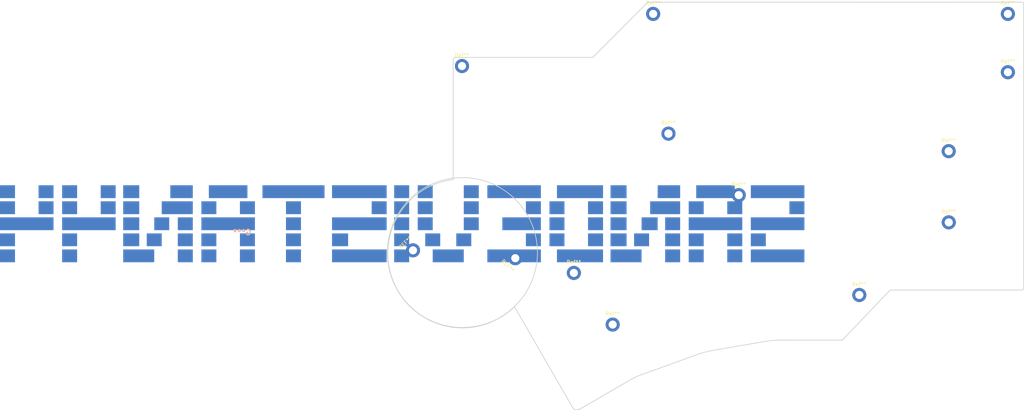
<source format=kicad_pcb>
(kicad_pcb (version 20241229) (generator "pcbnew") (generator_version "9.0")
  (title_block (title "Sandevistan44") (date "2025-05-27") (rev "0.0.1") (company "islathehut") (comment 1 "Right Side Plate"))
  (layers (0 "F.Cu" signal) (2 "B.Cu" signal) (13 "F.Paste" user) (15 "B.Paste" user) (5 "F.SilkS" user "F.Silkscreen") (7 "B.SilkS" user "B.Silkscreen") (1 "F.Mask" user) (3 "B.Mask" user) (25 "Edge.Cuts" user))
  (net 0 "")
  (footprint "Mounting Hole:MountingHole_2.2mm_M2_DIN965_Pad_TopBottom" (layer "F.Cu") (at 95.001489 121.87066)
    (property "Reference" "Ref**" (at 0 -2.9 0) (layer "F.SilkS"))
    (property "Value" "Val**")
    (pad "1" thru_hole circle (at 0 0) (size 2.6 2.6) (drill 2.2) (layers "*.Cu" "*.Mask"))
    (pad "1" connect circle (at 0 0) (size 3.8 3.8) (layers "F.Cu" "F.Mask"))
    (pad "1" connect circle (at 0 0) (size 3.8 3.8) (layers "B.Cu" "B.Mask"))
  )
  (footprint "Mounting Hole:MountingHole_2.2mm_M2_DIN965_Pad_TopBottom" (layer "F.Cu") (at 64.861489 66.05066)
    (property "Reference" "Ref**" (at 0 -2.9 0) (layer "F.SilkS"))
    (property "Value" "Val**")
    (pad "1" thru_hole circle (at 0 0) (size 2.6 2.6) (drill 2.2) (layers "*.Cu" "*.Mask"))
    (pad "1" connect circle (at 0 0) (size 3.8 3.8) (layers "F.Cu" "F.Mask"))
    (pad "1" connect circle (at 0 0) (size 3.8 3.8) (layers "B.Cu" "B.Mask"))
  )
  (footprint "Mounting Hole:MountingHole_2.2mm_M2_DIN965_Pad_TopBottom" (layer "F.Cu") (at 116.368262 51.982215)
    (property "Reference" "Ref**" (at 0 -2.9 0) (layer "F.SilkS"))
    (property "Value" "Val**")
    (pad "1" thru_hole circle (at 0 0) (size 2.6 2.6) (drill 2.2) (layers "*.Cu" "*.Mask"))
    (pad "1" connect circle (at 0 0) (size 3.8 3.8) (layers "F.Cu" "F.Mask"))
    (pad "1" connect circle (at 0 0) (size 3.8 3.8) (layers "B.Cu" "B.Mask"))
  )
  (footprint "Mounting Hole:MountingHole_2.2mm_M2_DIN965_Pad_TopBottom" (layer "F.Cu") (at 196.031489 108.228988)
    (property "Reference" "Ref**" (at 0 -2.9 0) (layer "F.SilkS"))
    (property "Value" "Val**")
    (pad "1" thru_hole circle (at 0 0) (size 2.6 2.6) (drill 2.2) (layers "*.Cu" "*.Mask"))
    (pad "1" connect circle (at 0 0) (size 3.8 3.8) (layers "F.Cu" "F.Mask"))
    (pad "1" connect circle (at 0 0) (size 3.8 3.8) (layers "B.Cu" "B.Mask"))
  )
  (footprint "Mounting Hole:MountingHole_2.2mm_M2_DIN965_Pad_TopBottom" (layer "F.Cu") (at 211.961362 51.982215)
    (property "Reference" "Ref**" (at 0 -2.9 0) (layer "F.SilkS"))
    (property "Value" "95.5931")
    (pad "1" thru_hole circle (at 0 0) (size 2.6 2.6) (drill 2.2) (layers "*.Cu" "*.Mask"))
    (pad "1" connect circle (at 0 0) (size 3.8 3.8) (layers "F.Cu" "F.Mask"))
    (pad "1" connect circle (at 0 0) (size 3.8 3.8) (layers "B.Cu" "B.Mask"))
  )
  (footprint "" (layer "F.Cu") (at 120.491489 84.288988)
    (property "Reference" "" (at 0 0 0) (layer "F.SilkS") (effects (font (size 1.27 1.27))))
    (property "Value" "")
    (pad "1" thru_hole circle (at 0 0) (size 2.6 2.6) (drill 2.2) (layers "*.Cu" "*.Mask"))
  )
  (footprint "Mounting Hole:MountingHole_2.2mm_M2_DIN965_Pad_TopBottom" (layer "F.Cu") (at 51.652187 115.778728 45)
    (property "Reference" "REF**" (at 0 -2.9 45) (layer "F.SilkS"))
    (property "Value" "MountingHole_2.2mm_M2_DIN965_Pad_TopBottom" (hide yes))
    (pad "1" thru_hole circle (at 0 0 45) (size 2.6 2.6) (drill 2.2) (layers "*.Cu" "*.Mask"))
    (pad "1" connect circle (at 0 0 45) (size 3.8 3.8) (layers "F.Cu" "F.Mask"))
    (pad "1" connect circle (at 0 0 45) (size 3.8 3.8) (layers "B.Cu" "B.Mask"))
  )
  (footprint "Mounting Hole:MountingHole_2.2mm_M2_DIN965_Pad_TopBottom" (layer "F.Cu") (at 171.921489 127.818988)
    (property "Reference" "Ref**" (at 0 -2.9 0) (layer "F.SilkS"))
    (property "Value" "Val**")
    (pad "1" thru_hole circle (at 0 0) (size 2.6 2.6) (drill 2.2) (layers "*.Cu" "*.Mask"))
    (pad "1" connect circle (at 0 0) (size 3.8 3.8) (layers "F.Cu" "F.Mask"))
    (pad "1" connect circle (at 0 0) (size 3.8 3.8) (layers "B.Cu" "B.Mask"))
  )
  (footprint "Mounting Hole:MountingHole_2.2mm_M2_DIN965_Pad_TopBottom" (layer "F.Cu") (at 139.431489 100.878988)
    (property "Reference" "Ref**" (at 0 -2.9 0) (layer "F.SilkS"))
    (property "Value" "Val**")
    (pad "1" thru_hole circle (at 0 0) (size 2.6 2.6) (drill 2.2) (layers "*.Cu" "*.Mask"))
    (pad "1" connect circle (at 0 0) (size 3.8 3.8) (layers "F.Cu" "F.Mask"))
    (pad "1" connect circle (at 0 0) (size 3.8 3.8) (layers "B.Cu" "B.Mask"))
  )
  (footprint "Mounting Hole:MountingHole_2.2mm_M2_DIN965_Pad_TopBottom" (layer "F.Cu") (at 211.961362 67.722215)
    (property "Reference" "Ref**" (at 0 -2.9 0) (layer "F.SilkS"))
    (property "Value" "Val**")
    (pad "1" thru_hole circle (at 0 0) (size 2.6 2.6) (drill 2.2) (layers "*.Cu" "*.Mask"))
    (pad "1" connect circle (at 0 0) (size 3.8 3.8) (layers "F.Cu" "F.Mask"))
    (pad "1" connect circle (at 0 0) (size 3.8 3.8) (layers "B.Cu" "B.Mask"))
  )
  (footprint "Mounting Hole:MountingHole_2.2mm_M2_DIN965_Pad_TopBottom" (layer "F.Cu") (at 105.461489 135.803988)
    (property "Reference" "Ref**" (at 0 -2.9 0) (layer "F.SilkS"))
    (property "Value" "Val**")
    (pad "1" thru_hole circle (at 0 0) (size 2.6 2.6) (drill 2.2) (layers "*.Cu" "*.Mask"))
    (pad "1" connect circle (at 0 0) (size 3.8 3.8) (layers "F.Cu" "F.Mask"))
    (pad "1" connect circle (at 0 0) (size 3.8 3.8) (layers "B.Cu" "B.Mask"))
  )
  (footprint "Mounting Hole:MountingHole_2.2mm_M2_DIN965_Pad_TopBottom" (layer "F.Cu") (at 79.215209 117.900049 135)
    (property "Reference" "REF**" (at 0 -2.9 135) (layer "F.SilkS"))
    (property "Value" "MountingHole_2.2mm_M2_DIN965_Pad_TopBottom" (hide yes))
    (pad "1" thru_hole circle (at 0 0 135) (size 2.6 2.6) (drill 2.2) (layers "*.Cu" "*.Mask"))
    (pad "1" connect circle (at 0 0 135) (size 3.8 3.8) (layers "F.Cu" "F.Mask"))
    (pad "1" connect circle (at 0 0 135) (size 3.8 3.8) (layers "B.Cu" "B.Mask"))
  )
  (footprint "Mounting Hole:MountingHole_2.2mm_M2_DIN965_Pad_TopBottom" (layer "F.Cu") (at 120.491489 84.288988)
    (property "Reference" "Ref**" (at 0 -2.9 0) (layer "F.SilkS"))
    (property "Value" "Val**")
    (pad "1" thru_hole circle (at 0 0) (size 2.6 2.6) (drill 2.2) (layers "*.Cu" "*.Mask"))
    (pad "1" connect circle (at 0 0) (size 3.8 3.8) (layers "F.Cu" "F.Mask"))
    (pad "1" connect circle (at 0 0) (size 3.8 3.8) (layers "B.Cu" "B.Mask"))
  )
  (footprint "Mounting Hole:MountingHole_2.2mm_M2_DIN965_Pad_TopBottom" (layer "F.Cu") (at 196.011489 89.018988)
    (property "Reference" "Ref**" (at 0 -2.9 0) (layer "F.SilkS"))
    (property "Value" "Val**")
    (pad "1" thru_hole circle (at 0 0) (size 2.6 2.6) (drill 2.2) (layers "*.Cu" "*.Mask"))
    (pad "1" connect circle (at 0 0) (size 3.8 3.8) (layers "F.Cu" "F.Mask"))
    (pad "1" connect circle (at 0 0) (size 3.8 3.8) (layers "B.Cu" "B.Mask"))
  )
  (footprint "Library:logo_ascii_large" (layer "B.Cu") (at 5.590353 110.919762 180)
    (property "Reference" "G***" (at 0 0 0) (layer "B.SilkS") (effects (font (size 1.5 1.5) (thickness 0.3)) (justify mirror)))
    (property "Value" "LOGO" (hide yes))
    (fp_poly (pts (xy 65.231818 10.968182) (xy 65.231818 9.236364) (xy 63.211363 9.236364) (xy 61.190909 9.236364) (xy 61.190909 10.968182) (xy 61.190909 12.7) (xy 63.211363 12.7) (xy 65.231818 12.7)) (fill yes) (layer "B.Cu"))
    (fp_poly (pts (xy 65.231818 6.638637) (xy 65.231818 4.906818) (xy 63.211363 4.906818) (xy 61.190909 4.906818) (xy 61.190909 6.638637) (xy 61.190909 8.370455) (xy 63.211363 8.370455) (xy 65.231818 8.370455)) (fill yes) (layer "B.Cu"))
    (fp_poly (pts (xy 65.231818 2.309091) (xy 65.231818 0.577273) (xy 58.015909 0.577273) (xy 50.799999 0.577273) (xy 50.799999 2.309091) (xy 50.799999 4.040909) (xy 58.015909 4.040909) (xy 65.231818 4.040909)) (fill yes) (layer "B.Cu"))
    (fp_poly (pts (xy 65.231818 -2.020454) (xy 65.231818 -3.752272) (xy 63.211363 -3.752272) (xy 61.190909 -3.752272) (xy 61.190909 -2.020454) (xy 61.190909 -0.288636) (xy 63.211363 -0.288636) (xy 65.231818 -0.288636)) (fill yes) (layer "B.Cu"))
    (fp_poly (pts (xy 65.231818 -6.35) (xy 65.231818 -8.081818) (xy 63.211363 -8.081818) (xy 61.190909 -8.081818) (xy 61.190909 -6.35) (xy 61.190909 -4.618182) (xy 63.211363 -4.618182) (xy 65.231818 -4.618182)) (fill yes) (layer "B.Cu"))
    (fp_poly (pts (xy 54.840909 10.968182) (xy 54.840909 9.236364) (xy 52.820454 9.236364) (xy 50.799999 9.236364) (xy 50.799999 10.968182) (xy 50.799999 12.7) (xy 52.820454 12.7) (xy 54.840909 12.7)) (fill yes) (layer "B.Cu"))
    (fp_poly (pts (xy 54.840909 6.638637) (xy 54.840909 4.906818) (xy 52.820454 4.906818) (xy 50.799999 4.906818) (xy 50.799999 6.638637) (xy 50.799999 8.370455) (xy 52.820454 8.370455) (xy 54.840909 8.370455)) (fill yes) (layer "B.Cu"))
    (fp_poly (pts (xy 48.490909 10.968182) (xy 48.490909 9.236364) (xy 46.470454 9.236364) (xy 44.449999 9.236364) (xy 44.449999 10.968182) (xy 44.449999 12.7) (xy 46.470454 12.7) (xy 48.490909 12.7)) (fill yes) (layer "B.Cu"))
    (fp_poly (pts (xy 48.490909 6.638637) (xy 48.490909 4.906818) (xy 46.470454 4.906818) (xy 44.449999 4.906818) (xy 44.449999 6.638637) (xy 44.449999 8.370455) (xy 46.470454 8.370455) (xy 48.490909 8.370455)) (fill yes) (layer "B.Cu"))
    (fp_poly (pts (xy 48.490909 2.309091) (xy 48.490909 0.577273) (xy 41.274999 0.577273) (xy 34.05909 0.577273) (xy 34.05909 2.309091) (xy 34.05909 4.040909) (xy 41.274999 4.040909) (xy 48.490909 4.040909)) (fill yes) (layer "B.Cu"))
    (fp_poly (pts (xy 48.490909 -2.020454) (xy 48.490909 -3.752272) (xy 46.470454 -3.752272) (xy 44.449999 -3.752272) (xy 44.449999 -2.020454) (xy 44.449999 -0.288636) (xy 46.470454 -0.288636) (xy 48.490909 -0.288636)) (fill yes) (layer "B.Cu"))
    (fp_poly (pts (xy 48.490909 -6.35) (xy 48.490909 -8.081818) (xy 46.470454 -8.081818) (xy 44.449999 -8.081818) (xy 44.449999 -6.35) (xy 44.449999 -4.618182) (xy 46.470454 -4.618182) (xy 48.490909 -4.618182)) (fill yes) (layer "B.Cu"))
    (fp_poly (pts (xy 38.099999 10.968182) (xy 38.099999 9.236364) (xy 36.079545 9.236364) (xy 34.05909 9.236364) (xy 34.05909 10.968182) (xy 34.05909 12.7) (xy 36.079545 12.7) (xy 38.099999 12.7)) (fill yes) (layer "B.Cu"))
    (fp_poly (pts (xy 38.099999 6.638637) (xy 38.099999 4.906818) (xy 36.079545 4.906818) (xy 34.05909 4.906818) (xy 34.05909 6.638637) (xy 34.05909 8.370455) (xy 36.079545 8.370455) (xy 38.099999 8.370455)) (fill yes) (layer "B.Cu"))
    (fp_poly (pts (xy 32.038636 10.968182) (xy 32.038636 9.236364) (xy 29.873863 9.236364) (xy 27.70909 9.236364) (xy 27.70909 10.968182) (xy 27.70909 12.7) (xy 29.873863 12.7) (xy 32.038636 12.7)) (fill yes) (layer "B.Cu"))
    (fp_poly (pts (xy 32.038636 6.638637) (xy 32.038636 4.906818) (xy 29.873863 4.906818) (xy 27.70909 4.906818) (xy 27.70909 6.638637) (xy 27.70909 8.370455) (xy 29.873863 8.370455) (xy 32.038636 8.370455)) (fill yes) (layer "B.Cu"))
    (fp_poly (pts (xy 32.038636 2.309091) (xy 32.038636 0.577273) (xy 29.873863 0.577273) (xy 27.70909 0.577273) (xy 27.70909 2.309091) (xy 27.70909 4.040909) (xy 29.873863 4.040909) (xy 32.038636 4.040909)) (fill yes) (layer "B.Cu"))
    (fp_poly (pts (xy 32.038636 -2.020454) (xy 32.038636 -3.752272) (xy 29.873863 -3.752272) (xy 27.70909 -3.752272) (xy 27.70909 -2.020454) (xy 27.70909 -0.288636) (xy 29.873863 -0.288636) (xy 32.038636 -0.288636)) (fill yes) (layer "B.Cu"))
    (fp_poly (pts (xy 32.038636 -6.35) (xy 32.038636 -8.081818) (xy 27.853409 -8.081818) (xy 23.668181 -8.081818) (xy 23.668181 -6.35) (xy 23.668181 -4.618182) (xy 27.853409 -4.618182) (xy 32.038636 -4.618182)) (fill yes) (layer "B.Cu"))
    (fp_poly (pts (xy 25.688636 -2.020454) (xy 25.688636 -3.752272) (xy 23.668181 -3.752272) (xy 21.647727 -3.752272) (xy 21.647727 -2.020454) (xy 21.647727 -0.288636) (xy 23.668181 -0.288636) (xy 25.688636 -0.288636)) (fill yes) (layer "B.Cu"))
    (fp_poly (pts (xy 23.668181 2.309091) (xy 23.668181 0.577273) (xy 21.647727 0.577273) (xy 19.627272 0.577273) (xy 19.627272 2.309091) (xy 19.627272 4.040909) (xy 21.647727 4.040909) (xy 23.668181 4.040909)) (fill yes) (layer "B.Cu"))
    (fp_poly (pts (xy 21.647727 6.638637) (xy 21.647727 4.906818) (xy 17.462499 4.906818) (xy 13.277272 4.906818) (xy 13.277272 6.638637) (xy 13.277272 8.370455) (xy 17.462499 8.370455) (xy 21.647727 8.370455)) (fill yes) (layer "B.Cu"))
    (fp_poly (pts (xy 19.338636 10.968182) (xy 19.338636 9.236364) (xy 16.307954 9.236364) (xy 13.277272 9.236364) (xy 13.277272 10.968182) (xy 13.277272 12.7) (xy 16.307954 12.7) (xy 19.338636 12.7)) (fill yes) (layer "B.Cu"))
    (fp_poly (pts (xy 17.318181 2.309091) (xy 17.318181 0.577273) (xy 15.297727 0.577273) (xy 13.277272 0.577273) (xy 13.277272 2.309091) (xy 13.277272 4.040909) (xy 15.297727 4.040909) (xy 17.318181 4.040909)) (fill yes) (layer "B.Cu"))
    (fp_poly (pts (xy 17.318181 -2.020454) (xy 17.318181 -3.752272) (xy 15.297727 -3.752272) (xy 13.277272 -3.752272) (xy 13.277272 -2.020454) (xy 13.277272 -0.288636) (xy 15.297727 -0.288636) (xy 17.318181 -0.288636)) (fill yes) (layer "B.Cu"))
    (fp_poly (pts (xy 17.318181 -6.35) (xy 17.318181 -8.081818) (xy 15.297727 -8.081818) (xy 13.277272 -8.081818) (xy 13.277272 -6.35) (xy 13.277272 -4.618182) (xy 15.297727 -4.618182) (xy 17.318181 -4.618182)) (fill yes) (layer "B.Cu"))
    (fp_poly (pts (xy 10.968181 6.638637) (xy 10.968181 4.906818) (xy 8.947727 4.906818) (xy 6.927272 4.906818) (xy 6.927272 6.638637) (xy 6.927272 8.370455) (xy 8.947727 8.370455) (xy 10.968181 8.370455)) (fill yes) (layer "B.Cu"))
    (fp_poly (pts (xy 10.968181 2.309091) (xy 10.968181 0.577273) (xy 3.752272 0.577273) (xy -3.463637 0.577273) (xy -3.463637 2.309091) (xy -3.463637 4.040909) (xy 3.752272 4.040909) (xy 10.968181 4.040909)) (fill yes) (layer "B.Cu"))
    (fp_poly (pts (xy 10.968181 -2.020454) (xy 10.968181 -3.752272) (xy 8.947727 -3.752272) (xy 6.927272 -3.752272) (xy 6.927272 -2.020454) (xy 6.927272 -0.288636) (xy 8.947727 -0.288636) (xy 10.968181 -0.288636)) (fill yes) (layer "B.Cu"))
    (fp_poly (pts (xy 10.968181 -6.35) (xy 10.968181 -8.081818) (xy 8.947727 -8.081818) (xy 6.927272 -8.081818) (xy 6.927272 -6.35) (xy 6.927272 -4.618182) (xy 8.947727 -4.618182) (xy 10.968181 -4.618182)) (fill yes) (layer "B.Cu"))
    (fp_poly (pts (xy 8.947727 10.968182) (xy 8.947727 9.236364) (xy 3.752272 9.236364) (xy -1.443182 9.236364) (xy -1.443182 10.968182) (xy -1.443182 12.7) (xy 3.752272 12.7) (xy 8.947727 12.7)) (fill yes) (layer "B.Cu"))
    (fp_poly (pts (xy 0.577272 6.638637) (xy 0.577272 4.906818) (xy -1.443182 4.906818) (xy -3.463637 4.906818) (xy -3.463637 6.638637) (xy -3.463637 8.370455) (xy -1.443182 8.370455) (xy 0.577272 8.370455)) (fill yes) (layer "B.Cu"))
    (fp_poly (pts (xy 0.577272 -2.020454) (xy 0.577272 -3.752272) (xy -1.443182 -3.752272) (xy -3.463637 -3.752272) (xy -3.463637 -2.020454) (xy -3.463637 -0.288636) (xy -1.443182 -0.288636) (xy 0.577272 -0.288636)) (fill yes) (layer "B.Cu"))
    (fp_poly (pts (xy 0.577272 -6.35) (xy 0.577272 -8.081818) (xy -1.443182 -8.081818) (xy -3.463637 -8.081818) (xy -3.463637 -6.35) (xy -3.463637 -4.618182) (xy -1.443182 -4.618182) (xy 0.577272 -4.618182)) (fill yes) (layer "B.Cu"))
    (fp_poly (pts (xy -5.484091 10.968182) (xy -5.484091 9.236364) (xy -13.854546 9.236364) (xy -22.225001 9.236364) (xy -22.225001 10.968182) (xy -22.225001 12.7) (xy -13.854546 12.7) (xy -5.484091 12.7)) (fill yes) (layer "B.Cu"))
    (fp_poly (pts (xy -11.834091 6.638637) (xy -11.834091 4.906818) (xy -13.854546 4.906818) (xy -15.875001 4.906818) (xy -15.875001 6.638637) (xy -15.875001 8.370455) (xy -13.854546 8.370455) (xy -11.834091 8.370455)) (fill yes) (layer "B.Cu"))
    (fp_poly (pts (xy -11.834091 2.309091) (xy -11.834091 0.577273) (xy -13.854546 0.577273) (xy -15.875001 0.577273) (xy -15.875001 2.309091) (xy -15.875001 4.040909) (xy -13.854546 4.040909) (xy -11.834091 4.040909)) (fill yes) (layer "B.Cu"))
    (fp_poly (pts (xy -11.834091 -2.020454) (xy -11.834091 -3.752272) (xy -13.854546 -3.752272) (xy -15.875001 -3.752272) (xy -15.875001 -2.020454) (xy -15.875001 -0.288636) (xy -13.854546 -0.288636) (xy -11.834091 -0.288636)) (fill yes) (layer "B.Cu"))
    (fp_poly (pts (xy -11.834091 -6.35) (xy -11.834091 -8.081818) (xy -13.854546 -8.081818) (xy -15.875001 -8.081818) (xy -15.875001 -6.35) (xy -15.875001 -4.618182) (xy -13.854546 -4.618182) (xy -11.834091 -4.618182)) (fill yes) (layer "B.Cu"))
    (fp_poly (pts (xy -24.245455 10.968182) (xy -24.245455 9.236364) (xy -31.605682 9.236364) (xy -38.96591 9.236364) (xy -38.96591 10.968182) (xy -38.96591 12.7) (xy -31.605682 12.7) (xy -24.245455 12.7)) (fill yes) (layer "B.Cu"))
    (fp_poly (pts (xy -24.245455 2.309091) (xy -24.245455 0.577273) (xy -31.605682 0.577273) (xy -38.96591 0.577273) (xy -38.96591 2.309091) (xy -38.96591 4.040909) (xy -31.605682 4.040909) (xy -24.245455 4.040909)) (fill yes) (layer "B.Cu"))
    (fp_poly (pts (xy -24.245455 -2.020454) (xy -24.245455 -3.752272) (xy -26.410228 -3.752272) (xy -28.575001 -3.752272) (xy -28.575001 -2.020454) (xy -28.575001 -0.288636) (xy -26.410228 -0.288636) (xy -24.245455 -0.288636)) (fill yes) (layer "B.Cu"))
    (fp_poly (pts (xy -24.245455 -6.35) (xy -24.245455 -8.081818) (xy -31.605682 -8.081818) (xy -38.96591 -8.081818) (xy -38.96591 -6.35) (xy -38.96591 -4.618182) (xy -31.605682 -4.618182) (xy -24.245455 -4.618182)) (fill yes) (layer "B.Cu"))
    (fp_poly (pts (xy -34.925001 6.638637) (xy -34.925001 4.906818) (xy -36.945455 4.906818) (xy -38.96591 4.906818) (xy -38.96591 6.638637) (xy -38.96591 8.370455) (xy -36.945455 8.370455) (xy -34.925001 8.370455)) (fill yes) (layer "B.Cu"))
    (fp_poly (pts (xy -40.986364 10.968182) (xy -40.986364 9.236364) (xy -43.006819 9.236364) (xy -45.027273 9.236364) (xy -45.027273 10.968182) (xy -45.027273 12.7) (xy -43.006819 12.7) (xy -40.986364 12.7)) (fill yes) (layer "B.Cu"))
    (fp_poly (pts (xy -40.986364 6.638637) (xy -40.986364 4.906818) (xy -43.006819 4.906818) (xy -45.027273 4.906818) (xy -45.027273 6.638637) (xy -45.027273 8.370455) (xy -43.006819 8.370455) (xy -40.986364 8.370455)) (fill yes) (layer "B.Cu"))
    (fp_poly (pts (xy -40.986364 2.309091) (xy -40.986364 0.577273) (xy -43.006819 0.577273) (xy -45.027273 0.577273) (xy -45.027273 2.309091) (xy -45.027273 4.040909) (xy -43.006819 4.040909) (xy -40.986364 4.040909)) (fill yes) (layer "B.Cu"))
    (fp_poly (pts (xy -40.986364 -2.020454) (xy -40.986364 -3.752272) (xy -43.006819 -3.752272) (xy -45.027273 -3.752272) (xy -45.027273 -2.020454) (xy -45.027273 -0.288636) (xy -43.006819 -0.288636) (xy -40.986364 -0.288636)) (fill yes) (layer "B.Cu"))
    (fp_poly (pts (xy -40.986364 -6.35) (xy -40.986364 -8.081818) (xy -43.006819 -8.081818) (xy -45.027273 -8.081818) (xy -45.027273 -6.35) (xy -45.027273 -4.618182) (xy -43.006819 -4.618182) (xy -40.986364 -4.618182)) (fill yes) (layer "B.Cu"))
    (fp_poly (pts (xy -47.336364 10.968182) (xy -47.336364 9.236364) (xy -49.356819 9.236364) (xy -51.377273 9.236364) (xy -51.377273 10.968182) (xy -51.377273 12.7) (xy -49.356819 12.7) (xy -47.336364 12.7)) (fill yes) (layer "B.Cu"))
    (fp_poly (pts (xy -47.336364 6.638637) (xy -47.336364 4.906818) (xy -49.356819 4.906818) (xy -51.377273 4.906818) (xy -51.377273 6.638637) (xy -51.377273 8.370455) (xy -49.356819 8.370455) (xy -47.336364 8.370455)) (fill yes) (layer "B.Cu"))
    (fp_poly (pts (xy -47.336364 2.309091) (xy -47.336364 0.577273) (xy -49.356819 0.577273) (xy -51.377273 0.577273) (xy -51.377273 2.309091) (xy -51.377273 4.040909) (xy -49.356819 4.040909) (xy -47.336364 4.040909)) (fill yes) (layer "B.Cu"))
    (fp_poly (pts (xy -49.356819 -2.020454) (xy -49.356819 -3.752272) (xy -51.377273 -3.752272) (xy -53.397728 -3.752272) (xy -53.397728 -2.020454) (xy -53.397728 -0.288636) (xy -51.377273 -0.288636) (xy -49.356819 -0.288636)) (fill yes) (layer "B.Cu"))
    (fp_poly (pts (xy -51.377273 -6.35) (xy -51.377273 -8.081818) (xy -55.562501 -8.081818) (xy -59.747728 -8.081818) (xy -59.747728 -6.35) (xy -59.747728 -4.618182) (xy -55.562501 -4.618182) (xy -51.377273 -4.618182)) (fill yes) (layer "B.Cu"))
    (fp_poly (pts (xy -57.727273 -2.020454) (xy -57.727273 -3.752272) (xy -59.747728 -3.752272) (xy -61.768182 -3.752272) (xy -61.768182 -2.020454) (xy -61.768182 -0.288636) (xy -59.747728 -0.288636) (xy -57.727273 -0.288636)) (fill yes) (layer "B.Cu"))
    (fp_poly (pts (xy -59.747728 10.968182) (xy -59.747728 9.236364) (xy -61.768182 9.236364) (xy -63.788637 9.236364) (xy -63.788637 10.968182) (xy -63.788637 12.7) (xy -61.768182 12.7) (xy -59.747728 12.7)) (fill yes) (layer "B.Cu"))
    (fp_poly (pts (xy -59.747728 6.638637) (xy -59.747728 4.906818) (xy -61.768182 4.906818) (xy -63.788637 4.906818) (xy -63.788637 6.638637) (xy -63.788637 8.370455) (xy -61.768182 8.370455) (xy -59.747728 8.370455)) (fill yes) (layer "B.Cu"))
    (fp_poly (pts (xy -59.747728 2.309091) (xy -59.747728 0.577273) (xy -61.768182 0.577273) (xy -63.788637 0.577273) (xy -63.788637 2.309091) (xy -63.788637 4.040909) (xy -61.768182 4.040909) (xy -59.747728 4.040909)) (fill yes) (layer "B.Cu"))
    (fp_poly (pts (xy -66.097728 10.968182) (xy -66.097728 9.236364) (xy -73.313637 9.236364) (xy -80.529546 9.236364) (xy -80.529546 10.968182) (xy -80.529546 12.7) (xy -73.313637 12.7) (xy -66.097728 12.7)) (fill yes) (layer "B.Cu"))
    (fp_poly (pts (xy -66.097728 -6.35) (xy -66.097728 -8.081818) (xy -73.313637 -8.081818) (xy -80.529546 -8.081818) (xy -80.529546 -6.35) (xy -80.529546 -4.618182) (xy -73.313637 -4.618182) (xy -66.097728 -4.618182)) (fill yes) (layer "B.Cu"))
    (fp_poly (pts (xy -70.138637 2.309091) (xy -70.138637 0.577273) (xy -75.334091 0.577273) (xy -80.529546 0.577273) (xy -80.529546 2.309091) (xy -80.529546 4.040909) (xy -75.334091 4.040909) (xy -70.138637 4.040909)) (fill yes) (layer "B.Cu"))
    (fp_poly (pts (xy -76.488637 6.638637) (xy -76.488637 4.906818) (xy -78.509091 4.906818) (xy -80.529546 4.906818) (xy -80.529546 6.638637) (xy -80.529546 8.370455) (xy -78.509091 8.370455) (xy -76.488637 8.370455)) (fill yes) (layer "B.Cu"))
    (fp_poly (pts (xy -76.488637 -2.020454) (xy -76.488637 -3.752272) (xy -78.509091 -3.752272) (xy -80.529546 -3.752272) (xy -80.529546 -2.020454) (xy -80.529546 -0.288636) (xy -78.509091 -0.288636) (xy -76.488637 -0.288636)) (fill yes) (layer "B.Cu"))
    (fp_poly (pts (xy -82.838637 6.638637) (xy -82.838637 4.906818) (xy -84.859091 4.906818) (xy -86.879546 4.906818) (xy -86.879546 6.638637) (xy -86.879546 8.370455) (xy -84.859091 8.370455) (xy -82.838637 8.370455)) (fill yes) (layer "B.Cu"))
    (fp_poly (pts (xy -82.838637 2.309091) (xy -82.838637 0.577273) (xy -84.859091 0.577273) (xy -86.879546 0.577273) (xy -86.879546 2.309091) (xy -86.879546 4.040909) (xy -84.859091 4.040909) (xy -82.838637 4.040909)) (fill yes) (layer "B.Cu"))
    (fp_poly (pts (xy -82.838637 -2.020454) (xy -82.838637 -3.752272) (xy -84.859091 -3.752272) (xy -86.879546 -3.752272) (xy -86.879546 -2.020454) (xy -86.879546 -0.288636) (xy -84.859091 -0.288636) (xy -82.838637 -0.288636)) (fill yes) (layer "B.Cu"))
    (fp_poly (pts (xy -84.859091 10.968182) (xy -84.859091 9.236364) (xy -91.064773 9.236364) (xy -97.270455 9.236364) (xy -97.270455 10.968182) (xy -97.270455 12.7) (xy -91.064773 12.7) (xy -84.859091 12.7)) (fill yes) (layer "B.Cu"))
    (fp_poly (pts (xy -84.859091 -6.35) (xy -84.859091 -8.081818) (xy -91.064773 -8.081818) (xy -97.270455 -8.081818) (xy -97.270455 -6.35) (xy -97.270455 -4.618182) (xy -91.064773 -4.618182) (xy -84.859091 -4.618182)) (fill yes) (layer "B.Cu"))
    (fp_poly (pts (xy -93.229546 6.638637) (xy -93.229546 4.906818) (xy -95.250001 4.906818) (xy -97.270455 4.906818) (xy -97.270455 6.638637) (xy -97.270455 8.370455) (xy -95.250001 8.370455) (xy -93.229546 8.370455)) (fill yes) (layer "B.Cu"))
    (fp_poly (pts (xy -93.229546 2.309091) (xy -93.229546 0.577273) (xy -95.250001 0.577273) (xy -97.270455 0.577273) (xy -97.270455 2.309091) (xy -97.270455 4.040909) (xy -95.250001 4.040909) (xy -93.229546 4.040909)) (fill yes) (layer "B.Cu"))
    (fp_poly (pts (xy -93.229546 -2.020454) (xy -93.229546 -3.752272) (xy -95.250001 -3.752272) (xy -97.270455 -3.752272) (xy -97.270455 -2.020454) (xy -97.270455 -0.288636) (xy -95.250001 -0.288636) (xy -93.229546 -0.288636)) (fill yes) (layer "B.Cu"))
    (fp_poly (pts (xy -99.29091 10.968182) (xy -99.29091 9.236364) (xy -101.455682 9.236364) (xy -103.620455 9.236364) (xy -103.620455 10.968182) (xy -103.620455 12.7) (xy -101.455682 12.7) (xy -99.29091 12.7)) (fill yes) (layer "B.Cu"))
    (fp_poly (pts (xy -99.29091 6.638637) (xy -99.29091 4.906818) (xy -101.455682 4.906818) (xy -103.620455 4.906818) (xy -103.620455 6.638637) (xy -103.620455 8.370455) (xy -101.455682 8.370455) (xy -99.29091 8.370455)) (fill yes) (layer "B.Cu"))
    (fp_poly (pts (xy -99.29091 2.309091) (xy -99.29091 0.577273) (xy -101.455682 0.577273) (xy -103.620455 0.577273) (xy -103.620455 2.309091) (xy -103.620455 4.040909) (xy -101.455682 4.040909) (xy -99.29091 4.040909)) (fill yes) (layer "B.Cu"))
    (fp_poly (pts (xy -99.29091 -2.020454) (xy -99.29091 -3.752272) (xy -101.455682 -3.752272) (xy -103.620455 -3.752272) (xy -103.620455 -2.020454) (xy -103.620455 -0.288636) (xy -101.455682 -0.288636) (xy -99.29091 -0.288636)) (fill yes) (layer "B.Cu"))
    (fp_poly (pts (xy -99.29091 -6.35) (xy -99.29091 -8.081818) (xy -103.476137 -8.081818) (xy -107.661364 -8.081818) (xy -107.661364 -6.35) (xy -107.661364 -4.618182) (xy -103.476137 -4.618182) (xy -99.29091 -4.618182)) (fill yes) (layer "B.Cu"))
    (fp_poly (pts (xy -105.64091 -2.020454) (xy -105.64091 -3.752272) (xy -107.661364 -3.752272) (xy -109.681819 -3.752272) (xy -109.681819 -2.020454) (xy -109.681819 -0.288636) (xy -107.661364 -0.288636) (xy -105.64091 -0.288636)) (fill yes) (layer "B.Cu"))
    (fp_poly (pts (xy -107.661364 2.309091) (xy -107.661364 0.577273) (xy -109.826137 0.577273) (xy -111.99091 0.577273) (xy -111.99091 2.309091) (xy -111.99091 4.040909) (xy -109.826137 4.040909) (xy -107.661364 4.040909)) (fill yes) (layer "B.Cu"))
    (fp_poly (pts (xy -109.970455 6.638637) (xy -109.970455 4.906818) (xy -114.011364 4.906818) (xy -118.052273 4.906818) (xy -118.052273 6.638637) (xy -118.052273 8.370455) (xy -114.011364 8.370455) (xy -109.970455 8.370455)) (fill yes) (layer "B.Cu"))
    (fp_poly (pts (xy -111.99091 10.968182) (xy -111.99091 9.236364) (xy -115.021591 9.236364) (xy -118.052273 9.236364) (xy -118.052273 10.968182) (xy -118.052273 12.7) (xy -115.021591 12.7) (xy -111.99091 12.7)) (fill yes) (layer "B.Cu"))
    (fp_poly (pts (xy -114.011364 2.309091) (xy -114.011364 0.577273) (xy -116.031819 0.577273) (xy -118.052273 0.577273) (xy -118.052273 2.309091) (xy -118.052273 4.040909) (xy -116.031819 4.040909) (xy -114.011364 4.040909)) (fill yes) (layer "B.Cu"))
    (fp_poly (pts (xy -114.011364 -2.020454) (xy -114.011364 -3.752272) (xy -116.031819 -3.752272) (xy -118.052273 -3.752272) (xy -118.052273 -2.020454) (xy -118.052273 -0.288636) (xy -116.031819 -0.288636) (xy -114.011364 -0.288636)) (fill yes) (layer "B.Cu"))
    (fp_poly (pts (xy -114.011364 -6.35) (xy -114.011364 -8.081818) (xy -116.031819 -8.081818) (xy -118.052273 -8.081818) (xy -118.052273 -6.35) (xy -118.052273 -4.618182) (xy -116.031819 -4.618182) (xy -114.011364 -4.618182)) (fill yes) (layer "B.Cu"))
    (fp_poly (pts (xy -120.361364 6.638637) (xy -120.361364 4.906818) (xy -122.381819 4.906818) (xy -124.402273 4.906818) (xy -124.402273 6.638637) (xy -124.402273 8.370455) (xy -122.381819 8.370455) (xy -120.361364 8.370455)) (fill yes) (layer "B.Cu"))
    (fp_poly (pts (xy -120.361364 2.309091) (xy -120.361364 0.577273) (xy -127.577273 0.577273) (xy -134.793182 0.577273) (xy -134.793182 2.309091) (xy -134.793182 4.040909) (xy -127.577273 4.040909) (xy -120.361364 4.040909)) (fill yes) (layer "B.Cu"))
    (fp_poly (pts (xy -120.361364 -2.020454) (xy -120.361364 -3.752272) (xy -122.381819 -3.752272) (xy -124.402273 -3.752272) (xy -124.402273 -2.020454) (xy -124.402273 -0.288636) (xy -122.381819 -0.288636) (xy -120.361364 -0.288636)) (fill yes) (layer "B.Cu"))
    (fp_poly (pts (xy -120.361364 -6.35) (xy -120.361364 -8.081818) (xy -122.381819 -8.081818) (xy -124.402273 -8.081818) (xy -124.402273 -6.35) (xy -124.402273 -4.618182) (xy -122.381819 -4.618182) (xy -120.361364 -4.618182)) (fill yes) (layer "B.Cu"))
    (fp_poly (pts (xy -122.381819 10.968182) (xy -122.381819 9.236364) (xy -127.577273 9.236364) (xy -132.772728 9.236364) (xy -132.772728 10.968182) (xy -132.772728 12.7) (xy -127.577273 12.7) (xy -122.381819 12.7)) (fill yes) (layer "B.Cu"))
    (fp_poly (pts (xy -130.752273 6.638637) (xy -130.752273 4.906818) (xy -132.772728 4.906818) (xy -134.793182 4.906818) (xy -134.793182 6.638637) (xy -134.793182 8.370455) (xy -132.772728 8.370455) (xy -130.752273 8.370455)) (fill yes) (layer "B.Cu"))
    (fp_poly (pts (xy -130.752273 -2.020454) (xy -130.752273 -3.752272) (xy -132.772728 -3.752272) (xy -134.793182 -3.752272) (xy -134.793182 -2.020454) (xy -134.793182 -0.288636) (xy -132.772728 -0.288636) (xy -130.752273 -0.288636)) (fill yes) (layer "B.Cu"))
    (fp_poly (pts (xy -130.752273 -6.35) (xy -130.752273 -8.081818) (xy -132.772728 -8.081818) (xy -134.793182 -8.081818) (xy -134.793182 -6.35) (xy -134.793182 -4.618182) (xy -132.772728 -4.618182) (xy -130.752273 -4.618182)) (fill yes) (layer "B.Cu"))
    (fp_poly (pts (xy -137.102273 10.968182) (xy -137.102273 9.236364) (xy -144.318182 9.236364) (xy -151.534091 9.236364) (xy -151.534091 10.968182) (xy -151.534091 12.7) (xy -144.318182 12.7) (xy -137.102273 12.7)) (fill yes) (layer "B.Cu"))
    (fp_poly (pts (xy -137.102273 2.309091) (xy -137.102273 0.577273) (xy -144.318182 0.577273) (xy -151.534091 0.577273) (xy -151.534091 2.309091) (xy -151.534091 4.040909) (xy -144.318182 4.040909) (xy -137.102273 4.040909)) (fill yes) (layer "B.Cu"))
    (fp_poly (pts (xy -137.102273 -2.020454) (xy -137.102273 -3.752272) (xy -139.122728 -3.752272) (xy -141.143182 -3.752272) (xy -141.143182 -2.020454) (xy -141.143182 -0.288636) (xy -139.122728 -0.288636) (xy -137.102273 -0.288636)) (fill yes) (layer "B.Cu"))
    (fp_poly (pts (xy -137.102273 -6.35) (xy -137.102273 -8.081818) (xy -144.318182 -8.081818) (xy -151.534091 -8.081818) (xy -151.534091 -6.35) (xy -151.534091 -4.618182) (xy -144.318182 -4.618182) (xy -137.102273 -4.618182)) (fill yes) (layer "B.Cu"))
    (fp_poly (pts (xy -147.493182 6.638637) (xy -147.493182 4.906818) (xy -149.513637 4.906818) (xy -151.534091 4.906818) (xy -151.534091 6.638637) (xy -151.534091 8.370455) (xy -149.513637 8.370455) (xy -147.493182 8.370455)) (fill yes) (layer "B.Cu"))
  )
  (gr_line (start 49.852535 129.86016) (end 50.444881 130.506592) (stroke (width 0.2)) (layer "Edge.Cuts"))
  (gr_line (start 152.300478 139.99066) (end 167.344418 139.99066) (stroke (width 0.2)) (layer "Edge.Cuts"))
  (gr_line (start 47.781201 127.035217) (end 48.252296 127.774689) (stroke (width 0.2)) (layer "Edge.Cuts"))
  (gr_line (start 73.849711 134.633495) (end 74.627427 134.228642) (stroke (width 0.2)) (layer "Edge.Cuts"))
  (gr_line (start 51.06486 102.093355) (end 50.444881 102.713334) (stroke (width 0.2)) (layer "Edge.Cuts"))
  (gr_line (start 47.34281 106.944025) (end 46.937957 107.721741) (stroke (width 0.2)) (layer "Edge.Cuts"))
  (gr_line (start 78.211686 131.718917) (end 79.006177 130.990899) (stroke (width 0.2)) (layer "Edge.Cuts"))
  (gr_line (start 45.668351 110.986526) (end 45.441423 111.833433) (stroke (width 0.2)) (layer "Edge.Cuts"))
  (gr_line (start 44.908541 117.924303) (end 44.984958 118.797749) (stroke (width 0.2)) (layer "Edge.Cuts"))
  (gr_line (start 53.078545 132.816254) (end 53.796763 133.319156) (stroke (width 0.2)) (layer "Edge.Cuts"))
  (gr_line (start 72.245035 135.33957) (end 73.055076 135.00404) (stroke (width 0.2)) (layer "Edge.Cuts"))
  (gr_line (start 73.055076 135.00404) (end 73.849711 134.633495) (stroke (width 0.2)) (layer "Edge.Cuts"))
  (gr_line (start 44.984958 118.797749) (end 45.099401 119.667031) (stroke (width 0.2)) (layer "Edge.Cuts"))
  (gr_line (start 46.567412 108.516376) (end 46.231882 109.326417) (stroke (width 0.2)) (layer "Edge.Cuts"))
  (gr_line (start 50.444881 130.506592) (end 51.06486 131.126571) (stroke (width 0.2)) (layer "Edge.Cuts"))
  (gr_line (start 45.099401 119.667031) (end 45.251653 120.530493) (stroke (width 0.2)) (layer "Edge.Cuts"))
  (gr_line (start 54.536235 99.429675) (end 53.796763 99.90077) (stroke (width 0.2)) (layer "Edge.Cuts"))
  (gr_line (start 116.941489 147.99066) (end 128.451489 143.816821) (stroke (width 0.2)) (layer "Edge.Cuts"))
  (gr_line (start 46.567412 124.70355) (end 46.937957 125.498185) (stroke (width 0.2)) (layer "Edge.Cuts"))
  (gr_line (start 96.801489 158.50066) (end 110.671489 150.46066) (stroke (width 0.2)) (layer "Edge.Cuts"))
  (gr_line (start 100.091489 63.72066) (end 63.020467 63.72066) (stroke (width 0.2)) (layer "Edge.Cuts"))
  (gr_curve (pts (xy 134.601489 142.39066) (xy 130.446489 143.10066) (xy 128.971489 143.61066) (xy 128.451489 143.816821)) (stroke (width 0.2)) (layer "Edge.Cuts"))
  (gr_line (start 45.251653 120.530493) (end 45.441423 121.386493) (stroke (width 0.2)) (layer "Edge.Cuts"))
  (gr_line (start 55.295551 98.991284) (end 54.536235 99.429675) (stroke (width 0.2)) (layer "Edge.Cuts"))
  (gr_line (start 46.231882 123.893509) (end 46.567412 124.70355) (stroke (width 0.2)) (layer "Edge.Cuts"))
  (gr_line (start 47.34281 126.275901) (end 47.781201 127.035217) (stroke (width 0.2)) (layer "Edge.Cuts"))
  (gr_line (start 62.490467 96.665514) (end 62.490467 64.262343) (stroke (width 0.2)) (layer "Edge.Cuts"))
  (gr_curve (pts (xy 96.801489 158.50066) (xy 95.83602 158.966894) (xy 95.085478 158.95699) (xy 94.535848 157.958942)) (stroke (width 0.2)) (layer "Edge.Cuts"))
  (gr_line (start 66.275829 136.662911) (end 67.149275 136.586494) (stroke (width 0.2)) (layer "Edge.Cuts"))
  (gr_line (start 47.781201 106.184709) (end 47.34281 106.944025) (stroke (width 0.2)) (layer "Edge.Cuts"))
  (gr_line (start 51.711292 131.718917) (end 52.382947 132.282502) (stroke (width 0.2)) (layer "Edge.Cuts"))
  (gr_line (start 76.126215 133.319156) (end 76.844433 132.816254) (stroke (width 0.2)) (layer "Edge.Cuts"))
  (gr_line (start 114.938262 48.829105) (end 215.721616 48.819255) (stroke (width 0.2)) (layer "Edge.Cuts"))
  (gr_line (start 60.184959 136.130029) (end 61.040959 136.319799) (stroke (width 0.2)) (layer "Edge.Cuts"))
  (gr_line (start 74.627427 134.228642) (end 75.386743 133.790251) (stroke (width 0.2)) (layer "Edge.Cuts"))
  (gr_line (start 55.295551 134.228642) (end 56.073267 134.633495) (stroke (width 0.2)) (layer "Edge.Cuts"))
  (gr_line (start 61.904421 136.472051) (end 62.773703 136.586494) (stroke (width 0.2)) (layer "Edge.Cuts"))
  (gr_line (start 46.937957 125.498185) (end 47.34281 126.275901) (stroke (width 0.2)) (layer "Edge.Cuts"))
  (gr_line (start 48.755198 128.492907) (end 49.28895 129.188505) (stroke (width 0.2)) (layer "Edge.Cuts"))
  (gr_line (start 62.773703 136.586494) (end 63.647149 136.662911) (stroke (width 0.2)) (layer "Edge.Cuts"))
  (gr_line (start 46.231882 109.326417) (end 45.932005 110.150324) (stroke (width 0.2)) (layer "Edge.Cuts"))
  (gr_curve (pts (xy 62.490467 64.262343) (xy 62.492948 63.939484) (xy 62.716726 63.715721) (xy 63.020467 63.72066)) (stroke (width 0.2)) (layer "Edge.Cuts"))
  (gr_line (start 45.441423 121.386493) (end 45.668351 122.2334) (stroke (width 0.2)) (layer "Edge.Cuts"))
  (gr_line (start 58.50185 97.580479) (end 57.677943 97.880356) (stroke (width 0.2)) (layer "Edge.Cuts"))
  (gr_line (start 51.711292 101.501009) (end 51.06486 102.093355) (stroke (width 0.2)) (layer "Edge.Cuts"))
  (gr_line (start 56.073267 134.633495) (end 56.867902 135.00404) (stroke (width 0.2)) (layer "Edge.Cuts"))
  (gr_line (start 56.867902 98.215886) (end 56.073267 98.586431) (stroke (width 0.2)) (layer "Edge.Cuts"))
  (gr_line (start 48.755198 104.727019) (end 48.252296 105.445237) (stroke (width 0.2)) (layer "Edge.Cuts"))
  (gr_line (start 56.073267 98.586431) (end 55.295551 98.991284) (stroke (width 0.2)) (layer "Edge.Cuts"))
  (gr_line (start 48.252296 127.774689) (end 48.755198 128.492907) (stroke (width 0.2)) (layer "Edge.Cuts"))
  (gr_line (start 77.540031 132.282502) (end 78.211686 131.718917) (stroke (width 0.2)) (layer "Edge.Cuts"))
  (gr_line (start 70.584926 135.903101) (end 71.421128 135.639447) (stroke (width 0.2)) (layer "Edge.Cuts"))
  (gr_line (start 60.184959 97.089897) (end 59.338052 97.316825) (stroke (width 0.2)) (layer "Edge.Cuts"))
  (gr_line (start 59.338052 135.903101) (end 60.184959 136.130029) (stroke (width 0.2)) (layer "Edge.Cuts"))
  (gr_line (start 63.647149 136.662911) (end 64.523098 136.701156) (stroke (width 0.2)) (layer "Edge.Cuts"))
  (gr_curve (pts (xy 215.721616 48.819105) (xy 216.050478 48.79066) (xy 216.240478 49.05066) (xy 216.221489 49.328988)) (stroke (width 0.2)) (layer "Edge.Cuts"))
  (gr_line (start 94.535848 157.958942) (end 79.006177 130.990898) (stroke (width 0.2)) (layer "Edge.Cuts"))
  (gr_curve (pts (xy 152.300478 139.99066) (xy 149.061489 139.94066) (xy 147.311489 140.18066) (xy 146.501489 140.36066)) (stroke (width 0.2)) (layer "Edge.Cuts"))
  (gr_line (start 71.421128 135.639447) (end 72.245035 135.33957) (stroke (width 0.2)) (layer "Edge.Cuts"))
  (gr_line (start 61.040959 136.319799) (end 61.904421 136.472051) (stroke (width 0.2)) (layer "Edge.Cuts"))
  (gr_line (start 57.677943 97.880356) (end 56.867902 98.215886) (stroke (width 0.2)) (layer "Edge.Cuts"))
  (gr_line (start 52.382947 100.937424) (end 51.711292 101.501009) (stroke (width 0.2)) (layer "Edge.Cuts"))
  (gr_line (start 180.231489 126.488861) (end 167.344418 139.997108) (stroke (width 0.2)) (layer "Edge.Cuts"))
  (gr_line (start 69.738019 136.130029) (end 70.584926 135.903101) (stroke (width 0.2)) (layer "Edge.Cuts"))
  (gr_line (start 68.882019 136.319799) (end 69.738019 136.130029) (stroke (width 0.2)) (layer "Edge.Cuts"))
  (gr_line (start 58.50185 135.639447) (end 59.338052 135.903101) (stroke (width 0.2)) (layer "Edge.Cuts"))
  (gr_line (start 75.386743 133.790251) (end 76.126215 133.319156) (stroke (width 0.2)) (layer "Edge.Cuts"))
  (gr_line (start 67.149275 136.586494) (end 68.018557 136.472051) (stroke (width 0.2)) (layer "Edge.Cuts"))
  (gr_line (start 51.06486 131.126571) (end 51.711292 131.718917) (stroke (width 0.2)) (layer "Edge.Cuts"))
  (gr_line (start 46.937957 107.721741) (end 46.567412 108.516376) (stroke (width 0.2)) (layer "Edge.Cuts"))
  (gr_line (start 76.844433 132.816254) (end 77.540031 132.282502) (stroke (width 0.2)) (layer "Edge.Cuts"))
  (gr_line (start 53.796763 99.90077) (end 53.078545 100.403672) (stroke (width 0.2)) (layer "Edge.Cuts"))
  (gr_line (start 56.867902 135.00404) (end 57.677943 135.33957) (stroke (width 0.2)) (layer "Edge.Cuts"))
  (gr_line (start 49.852535 103.359766) (end 49.28895 104.031421) (stroke (width 0.2)) (layer "Edge.Cuts"))
  (gr_line (start 53.078545 100.403672) (end 52.382947 100.937424) (stroke (width 0.2)) (layer "Edge.Cuts"))
  (gr_line (start 44.870296 116.171572) (end 44.870296 117.048354) (stroke (width 0.2)) (layer "Edge.Cuts"))
  (gr_line (start 134.601489 142.39066) (end 146.501489 140.36066) (stroke (width 0.2)) (layer "Edge.Cuts"))
  (gr_line (start 52.382947 132.282502) (end 53.078545 132.816254) (stroke (width 0.2)) (layer "Edge.Cuts"))
  (gr_line (start 49.28895 129.188505) (end 49.852535 129.86016) (stroke (width 0.2)) (layer "Edge.Cuts"))
  (gr_line (start 50.444881 102.713334) (end 49.852535 103.359766) (stroke (width 0.2)) (layer "Edge.Cuts"))
  (gr_line (start 194.760478 126.488861) (end 215.721606 126.488861) (stroke (width 0.2)) (layer "Edge.Cuts"))
  (gr_line (start 45.099401 113.552895) (end 44.984958 114.422177) (stroke (width 0.2)) (layer "Edge.Cuts"))
  (gr_line (start 100.091489 63.72066) (end 114.938251 48.830788) (stroke (width 0.2)) (layer "Edge.Cuts"))
  (gr_line (start 45.668351 122.2334) (end 45.932005 123.069602) (stroke (width 0.2)) (layer "Edge.Cuts"))
  (gr_line (start 61.904421 96.747875) (end 61.040959 96.900127) (stroke (width 0.2)) (layer "Edge.Cuts"))
  (gr_curve (pts (xy 116.941489 147.99066) (xy 113.381489 149.25066) (xy 112.381489 149.55066) (xy 110.671489 150.46066)) (stroke (width 0.2)) (layer "Edge.Cuts"))
  (gr_curve (pts (xy 215.161489 125.988988) (xy 215.161489 125.988988) (xy 215.161489 125.988988) (xy 215.161489 125.988988)) (stroke (width 0.2)) (layer "Edge.Cuts"))
  (gr_line (start 65.39988 136.701156) (end 66.275829 136.662911) (stroke (width 0.2)) (layer "Edge.Cuts"))
  (gr_circle (center 64.961489 116.371455) (end 79.264468 130.674434) (stroke (width 0.2)) (fill no) (layer "Edge.Cuts"))
  (gr_line (start 194.760478 126.488861) (end 180.231489 126.488861) (stroke (width 0.2)) (layer "Edge.Cuts"))
  (gr_line (start 45.932005 123.069602) (end 46.231882 123.893509) (stroke (width 0.2)) (layer "Edge.Cuts"))
  (gr_line (start 59.338052 97.316825) (end 58.50185 97.580479) (stroke (width 0.2)) (layer "Edge.Cuts"))
  (gr_line (start 44.908541 115.295623) (end 44.870296 116.171572) (stroke (width 0.2)) (layer "Edge.Cuts"))
  (gr_line (start 48.252296 105.445237) (end 47.781201 106.184709) (stroke (width 0.2)) (layer "Edge.Cuts"))
  (gr_line (start 62.490467 96.665514) (end 61.904421 96.747875) (stroke (width 0.2)) (layer "Edge.Cuts"))
  (gr_line (start 44.870296 117.048354) (end 44.908541 117.924303) (stroke (width 0.2)) (layer "Edge.Cuts"))
  (gr_line (start 49.28895 104.031421) (end 48.755198 104.727019) (stroke (width 0.2)) (layer "Edge.Cuts"))
  (gr_curve (pts (xy 216.221489 125.988988) (xy 216.22143 126.265034) (xy 215.997652 126.488797) (xy 215.721606 126.488861)) (stroke (width 0.2)) (layer "Edge.Cuts"))
  (gr_line (start 61.040959 96.900127) (end 60.184959 97.089897) (stroke (width 0.2)) (layer "Edge.Cuts"))
  (gr_line (start 45.932005 110.150324) (end 45.668351 110.986526) (stroke (width 0.2)) (layer "Edge.Cuts"))
  (gr_line (start 68.018557 136.472051) (end 68.882019 136.319799) (stroke (width 0.2)) (layer "Edge.Cuts"))
  (gr_line (start 45.441423 111.833433) (end 45.251653 112.689433) (stroke (width 0.2)) (layer "Edge.Cuts"))
  (gr_line (start 64.523098 136.701156) (end 65.39988 136.701156) (stroke (width 0.2)) (layer "Edge.Cuts"))
  (gr_line (start 216.221489 49.328988) (end 216.221489 125.988988) (stroke (width 0.2)) (layer "Edge.Cuts"))
  (gr_line (start 54.536235 133.790251) (end 55.295551 134.228642) (stroke (width 0.2)) (layer "Edge.Cuts"))
  (gr_line (start 53.796763 133.319156) (end 54.536235 133.790251) (stroke (width 0.2)) (layer "Edge.Cuts"))
  (gr_line (start 45.251653 112.689433) (end 45.099401 113.552895) (stroke (width 0.2)) (layer "Edge.Cuts"))
  (gr_line (start 57.677943 135.33957) (end 58.50185 135.639447) (stroke (width 0.2)) (layer "Edge.Cuts"))
  (gr_line (start 44.984958 114.422177) (end 44.908541 115.295623) (stroke (width 0.2)) (layer "Edge.Cuts"))
)
</source>
